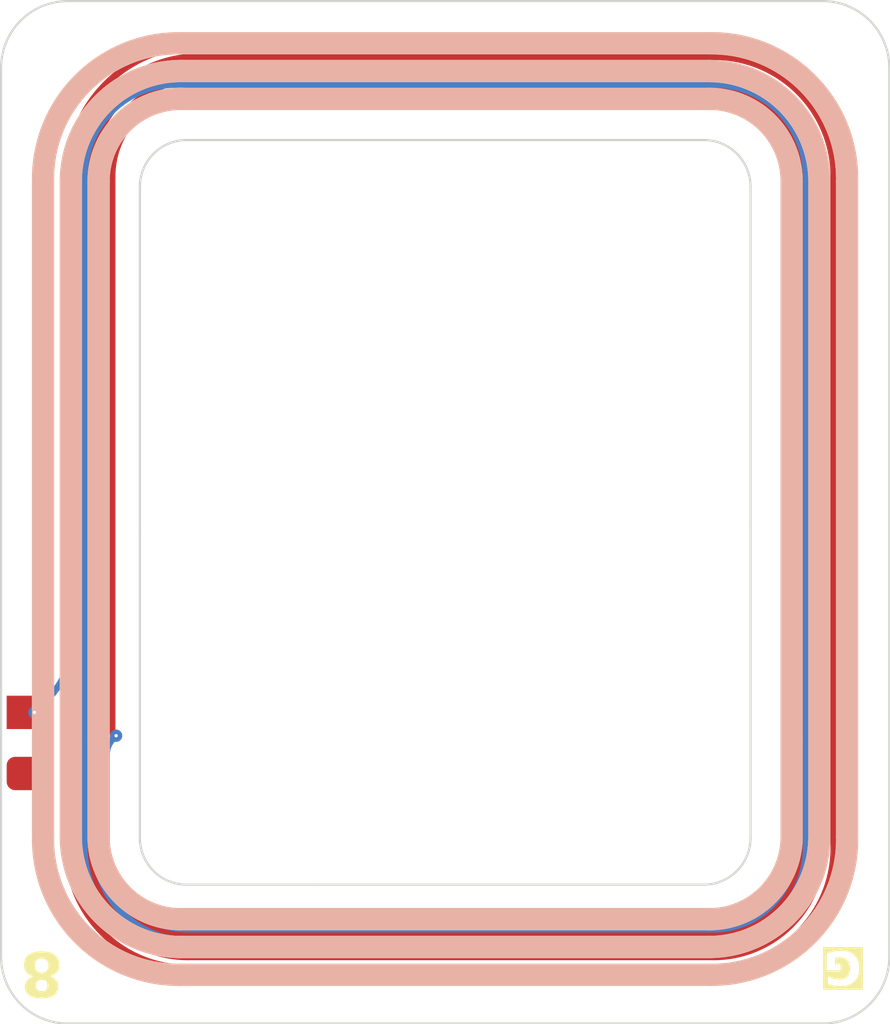
<source format=kicad_pcb>
(kicad_pcb (version 20230620) (generator pcbnew)
  (layers (0 "F.Cu" signal) (31 "B.Cu" signal) (34 "B.Paste" user) (35 "F.Paste" user) (36 "B.SilkS" user "B.Silkscreen") (37 "F.SilkS" user "F.Silkscreen") (38 "B.Mask" user) (39 "F.Mask" user) (44 "Edge.Cuts" user))
  (net 0 "")
  (footprint "" (layer "F.Cu") (at 113.05 81.05 180)
    (property "Reference" "" (at 0 0 180) (layer "F.SilkS") (effects (font (size 1.27 1.27))))
    (property "Value" "" (at 0 0 180) (layer "F.SilkS") (effects (font (size 1.27 1.27))))
    (pad "1" smd rect (at 0 0 180) (size 2 1.5) (layers "F.Cu" "F.Paste" "F.Mask"))
  )
  (footprint "" (layer "F.Cu") (at 113.05 83.8 180)
    (property "Reference" "" (at 0 0 180) (layer "F.SilkS") (effects (font (size 1.27 1.27))))
    (property "Value" "" (at 0 0 180) (layer "F.SilkS") (effects (font (size 1.27 1.27))))
    (pad "1" smd roundrect (at 0 0 180) (size 2 1.5) (layers "F.Cu" "F.Paste" "F.Mask"))
  )
  (gr_arc (start 119.894942 92.854944) (mid 115.472146 91.072796) (end 113.689998 86.65) (stroke (width 1)) (layer "B.SilkS"))
  (gr_line (start 149.899886 57.15) (end 149.899886 86.65) (stroke (width 1)) (layer "B.SilkS"))
  (gr_arc (start 113.689998 57.154944) (mid 115.472123 52.732125) (end 119.894942 50.95) (stroke (width 1)) (layer "B.SilkS"))
  (gr_arc (start 143.694942 50.945056) (mid 148.117746 52.727196) (end 149.899886 57.15) (stroke (width 1)) (layer "B.SilkS"))
  (gr_line (start 114.939998 86.65) (end 114.939998 57.25) (stroke (width 1)) (layer "B.SilkS"))
  (gr_arc (start 119.894942 90.354944) (mid 117.27515 89.269792) (end 116.189998 86.65) (stroke (width 1)) (layer "B.SilkS"))
  (gr_line (start 113.689998 86.65) (end 113.689998 57.15) (stroke (width 1)) (layer "B.SilkS"))
  (gr_line (start 143.694942 92.854944) (end 119.894942 92.854944) (stroke (width 1)) (layer "B.SilkS"))
  (gr_line (start 143.694942 90.35) (end 119.894942 90.35) (stroke (width 1)) (layer "B.SilkS"))
  (gr_line (start 143.694942 91.604944) (end 119.894942 91.604944) (stroke (width 1)) (layer "B.SilkS"))
  (gr_line (start 147.399886 82.261953) (end 147.399886 57.15) (stroke (width 1)) (layer "B.SilkS"))
  (gr_line (start 119.894942 52.195056) (end 143.694942 52.195056) (stroke (width 1)) (layer "B.SilkS"))
  (gr_arc (start 116.189998 57.154944) (mid 117.275138 54.53514) (end 119.894942 53.45) (stroke (width 1)) (layer "B.SilkS"))
  (gr_arc (start 148.649886 86.65) (mid 147.198655 90.153713) (end 143.694942 91.604944) (stroke (width 1)) (layer "B.SilkS"))
  (gr_arc (start 149.899886 86.65) (mid 148.117818 91.072876) (end 143.694942 92.854944) (stroke (width 1)) (layer "B.SilkS"))
  (gr_line (start 148.649886 57.15) (end 148.649886 86.55) (stroke (width 1)) (layer "B.SilkS"))
  (gr_line (start 116.189998 57.15) (end 116.189998 86.65) (stroke (width 1)) (layer "B.SilkS"))
  (gr_line (start 119.894942 53.45) (end 143.694942 53.45) (stroke (width 1)) (layer "B.SilkS"))
  (gr_arc (start 143.694942 53.445056) (mid 146.314732 54.53021) (end 147.399886 57.15) (stroke (width 1)) (layer "B.SilkS"))
  (gr_line (start 147.399886 86.65) (end 147.399886 82.261953) (stroke (width 1)) (layer "B.SilkS"))
  (gr_arc (start 143.694942 52.195056) (mid 147.198617 53.646325) (end 148.649886 57.15) (stroke (width 1)) (layer "B.SilkS"))
  (gr_line (start 119.894942 50.945056) (end 143.694942 50.945056) (stroke (width 1)) (layer "B.SilkS"))
  (gr_arc (start 114.939998 57.154944) (mid 116.391254 53.651256) (end 119.894942 52.2) (stroke (width 1)) (layer "B.SilkS"))
  (gr_arc (start 147.399886 86.65) (mid 146.314771 89.269829) (end 143.694942 90.354944) (stroke (width 1)) (layer "B.SilkS"))
  (gr_arc (start 119.894942 91.604944) (mid 116.391267 90.153675) (end 114.939998 86.65) (stroke (width 1)) (layer "B.SilkS"))
  (gr_arc (start 143.694944 53.45) (mid 146.314754 54.535134) (end 147.399888 57.154944) (stroke (width 1)) (layer "F.SilkS"))
  (gr_arc (start 116.19 57.15) (mid 117.275142 54.530198) (end 119.894944 53.445056) (stroke (width 1)) (layer "F.SilkS"))
  (gr_arc (start 113.69 57.15) (mid 115.472152 52.727208) (end 119.894944 50.945056) (stroke (width 1)) (layer "F.SilkS"))
  (gr_arc (start 143.694944 50.95) (mid 148.117769 52.732119) (end 149.899888 57.154944) (stroke (width 1)) (layer "F.SilkS"))
  (gr_arc (start 147.399888 86.65) (mid 146.314724 89.26978) (end 143.694944 90.354944) (stroke (width 1)) (layer "F.SilkS"))
  (gr_line (start 148.649888 57.25) (end 148.649888 86.65) (stroke (width 1)) (layer "F.SilkS"))
  (gr_line (start 113.69 86.65) (end 113.69 57.15) (stroke (width 1)) (layer "F.SilkS"))
  (gr_arc (start 119.894944 90.354944) (mid 117.275131 89.269813) (end 116.19 86.65) (stroke (width 1)) (layer "F.SilkS"))
  (gr_line (start 149.899888 57.15) (end 149.899888 86.65) (stroke (width 1)) (layer "F.SilkS"))
  (gr_arc (start 143.694944 52.2) (mid 147.198638 53.65125) (end 148.649888 57.154944) (stroke (width 1)) (layer "F.SilkS"))
  (gr_line (start 119.894944 50.945056) (end 143.694944 50.945056) (stroke (width 1)) (layer "F.SilkS"))
  (gr_line (start 114.94 86.55) (end 114.94 57.15) (stroke (width 1)) (layer "F.SilkS"))
  (gr_line (start 116.19 82.261953) (end 116.19 86.65) (stroke (width 1)) (layer "F.SilkS"))
  (gr_arc (start 149.899888 86.65) (mid 148.117759 91.072815) (end 143.694944 92.854944) (stroke (width 1)) (layer "F.SilkS"))
  (gr_line (start 143.694944 92.854944) (end 119.894944 92.854944) (stroke (width 1)) (layer "F.SilkS"))
  (gr_line (start 116.19 57.15) (end 116.19 82.261953) (stroke (width 1)) (layer "F.SilkS"))
  (gr_arc (start 119.894944 91.604944) (mid 116.391248 90.153696) (end 114.94 86.65) (stroke (width 1)) (layer "F.SilkS"))
  (gr_line (start 143.694944 91.604944) (end 119.894944 91.604944) (stroke (width 1)) (layer "F.SilkS"))
  (gr_line (start 143.694944 90.35) (end 119.894944 90.35) (stroke (width 1)) (layer "F.SilkS"))
  (gr_line (start 119.894944 52.195056) (end 143.694944 52.195056) (stroke (width 1)) (layer "F.SilkS"))
  (gr_arc (start 148.649888 86.65) (mid 147.198607 90.153663) (end 143.694944 91.604944) (stroke (width 1)) (layer "F.SilkS"))
  (gr_line (start 119.894944 53.45) (end 143.694944 53.45) (stroke (width 1)) (layer "F.SilkS"))
  (gr_arc (start 114.94 57.15) (mid 116.391258 53.646314) (end 119.894944 52.195056) (stroke (width 1)) (layer "F.SilkS"))
  (gr_arc (start 119.894944 92.854944) (mid 115.472086 91.072858) (end 113.69 86.65) (stroke (width 1)) (layer "F.SilkS"))
  (gr_line (start 147.399888 86.65) (end 147.399888 57.15) (stroke (width 1)) (layer "F.SilkS"))
  (gr_line (start 143.45 55.299999) (end 131.2 55.299999) (stroke (width 0.1)) (layer "Edge.Cuts"))
  (gr_arc (start 145.55 86.699997) (mid 144.934925 88.184922) (end 143.45 88.799997) (stroke (width 0.1)) (layer "Edge.Cuts"))
  (gr_line (start 148.8 49.05) (end 114.8 49.05) (stroke (width 0.1)) (layer "Edge.Cuts"))
  (gr_line (start 120.15 88.8) (end 126.100003 88.8) (stroke (width 0.1)) (layer "Edge.Cuts"))
  (gr_line (start 145.55 72.6) (end 145.55 57.399999) (stroke (width 0.1)) (layer "Edge.Cuts"))
  (gr_line (start 126.1 88.8) (end 143.45 88.8) (stroke (width 0.1)) (layer "Edge.Cuts"))
  (gr_line (start 151.8 92.05) (end 151.8 52.05) (stroke (width 0.1)) (layer "Edge.Cuts"))
  (gr_line (start 118.05 73) (end 118.05 86.7) (stroke (width 0.1)) (layer "Edge.Cuts"))
  (gr_line (start 111.8 92.05) (end 111.8 87.8) (stroke (width 0.1)) (layer "Edge.Cuts"))
  (gr_arc (start 120.150003 88.799997) (mid 118.665078 88.184922) (end 118.050003 86.699997) (stroke (width 0.1)) (layer "Edge.Cuts"))
  (gr_arc (start 114.8 95.05) (mid 112.67868 94.17132) (end 111.8 92.05) (stroke (width 0.1)) (layer "Edge.Cuts"))
  (gr_line (start 118.05 57.399999) (end 118.05 73) (stroke (width 0.1)) (layer "Edge.Cuts"))
  (gr_arc (start 111.8 52.05) (mid 112.67868 49.92868) (end 114.8 49.05) (stroke (width 0.1)) (layer "Edge.Cuts"))
  (gr_line (start 131.2 55.3) (end 120.149999 55.3) (stroke (width 0.1)) (layer "Edge.Cuts"))
  (gr_arc (start 118.049999 57.399999) (mid 118.665075 55.915075) (end 120.149999 55.299999) (stroke (width 0.1)) (layer "Edge.Cuts"))
  (gr_line (start 111.8 52.05) (end 111.8 87.8) (stroke (width 0.1)) (layer "Edge.Cuts"))
  (gr_arc (start 148.8 49.05) (mid 150.92132 49.92868) (end 151.8 52.05) (stroke (width 0.1)) (layer "Edge.Cuts"))
  (gr_line (start 114.8 95.05) (end 148.8 95.05) (stroke (width 0.1)) (layer "Edge.Cuts"))
  (gr_arc (start 143.45 55.299999) (mid 144.934925 55.915074) (end 145.55 57.399999) (stroke (width 0.1)) (layer "Edge.Cuts"))
  (gr_line (start 145.55 86.7) (end 145.55 72.6) (stroke (width 0.1)) (layer "Edge.Cuts"))
  (gr_arc (start 151.8 92.05) (mid 150.92132 94.17132) (end 148.8 95.05) (stroke (width 0.1)) (layer "Edge.Cuts"))
  (gr_text "G" (at 150.55 91.55 180) (layer "F.SilkS" knockout) (effects (font (size 1.5 1.5) (thickness 0.2) bold) (justify left bottom)))
  (gr_text "8" (at 114.6 91.5 180) (layer "F.SilkS") (effects (font (size 2 2) (thickness 0.2) bold) (justify left bottom)))
  (segment (start 143.906292 51.05) (end 120.696432 51.05) (width 0.3) (layer "F.Cu") (net 0))
  (segment (start 143.900143 52.55) (end 120.708852 52.55) (width 0.3) (layer "F.Cu") (net 0))
  (segment (start 115.3 56.949713) (end 115.3 87.152825) (width 0.3) (layer "F.Cu") (net 0))
  (segment (start 149.3 87.148059) (end 149.3 56.943708) (width 0.3) (layer "F.Cu") (net 0))
  (segment (start 148.3 87.148059) (end 148.3 56.949857) (width 0.3) (layer "F.Cu") (net 0))
  (segment (start 116.3 56.958852) (end 116.3 87.143382) (width 0.3) (layer "F.Cu") (net 0))
  (segment (start 115.8 56.946432) (end 115.8 87.143609) (width 0.3) (layer "F.Cu") (net 0))
  (segment (start 147.8 87.15173) (end 147.8 56.949857) (width 0.3) (layer "F.Cu") (net 0))
  (segment (start 119.688059 93.05) (end 143.903012 93.05) (width 0.3) (layer "F.Cu") (net 0))
  (segment (start 149.8 87.153012) (end 149.8 56.943708) (width 0.3) (layer "F.Cu") (net 0))
  (segment (start 120.197175 92.05) (end 143.898059 92.05) (width 0.3) (layer "F.Cu") (net 0))
  (segment (start 114.8 56.946432) (end 114.8 87.161295) (width 0.3) (layer "F.Cu") (net 0))
  (segment (start 120.188705 92.55) (end 143.898059 92.55) (width 0.3) (layer "F.Cu") (net 0))
  (segment (start 143.900143 52.05) (end 120.696432 52.05) (width 0.3) (layer "F.Cu") (net 0))
  (segment (start 143.900143 53.05) (end 120.68866 53.05) (width 0.3) (layer "F.Cu") (net 0))
  (segment (start 120.206391 91.55) (end 143.898059 91.55) (width 0.3) (layer "F.Cu") (net 0))
  (segment (start 120.206618 91.05) (end 143.90173 91.05) (width 0.3) (layer "F.Cu") (net 0))
  (segment (start 116.8 81.92) (end 116.98 82.1) (width 0.3) (layer "F.Cu") (net 0))
  (segment (start 148.8 87.148059) (end 148.8 56.949857) (width 0.3) (layer "F.Cu") (net 0))
  (segment (start 143.906292 51.55) (end 120.699713 51.55) (width 0.3) (layer "F.Cu") (net 0))
  (segment (start 113.8 83.8) (end 113.8 87.161941) (width 0.3) (layer "F.Cu") (net 0))
  (segment (start 116.8 56.93866) (end 116.8 81.92) (width 0.3) (layer "F.Cu") (net 0))
  (via (at 113.3 81.05) (size 0.55) (drill 0.15) (layers "F.Cu" "B.Cu") (net 0))
  (via (at 116.98 82.1) (size 0.55) (drill 0.15) (layers "F.Cu" "B.Cu") (net 0))
  (arc (start 116.3 87.143382) (mid 117.444222 89.905778) (end 120.206618 91.05) (width 0.3) (layer "F.Cu") (net 0))
  (arc (start 143.903012 93.05) (mid 148.072812 91.322812) (end 149.8 87.153012) (width 0.3) (layer "F.Cu") (net 0))
  (arc (start 120.699713 51.55) (mid 116.881539 53.131539) (end 115.3 56.949713) (width 0.3) (layer "F.Cu") (net 0))
  (arc (start 143.898059 91.55) (mid 147.010701 90.260701) (end 148.3 87.148059) (width 0.3) (layer "F.Cu") (net 0))
  (arc (start 120.696432 52.05) (mid 117.234132 53.484132) (end 115.8 56.946432) (width 0.3) (layer "F.Cu") (net 0))
  (arc (start 143.90173 91.05) (mid 146.658223 89.908223) (end 147.8 87.15173) (width 0.3) (layer "F.Cu") (net 0))
  (arc (start 115.8 87.143609) (mid 117.090602 90.259398) (end 120.206391 91.55) (width 0.3) (layer "F.Cu") (net 0))
  (arc (start 120.696432 51.05) (mid 116.527025 52.777025) (end 114.8 56.946432) (width 0.3) (layer "F.Cu") (net 0))
  (arc (start 148.3 56.949857) (mid 147.011312 53.838688) (end 143.900143 52.55) (width 0.3) (layer "F.Cu") (net 0))
  (arc (start 149.3 56.943708) (mid 147.72022 53.12978) (end 143.906292 51.55) (width 0.3) (layer "F.Cu") (net 0))
  (arc (start 115.3 87.152825) (mid 116.734349 90.615651) (end 120.197175 92.05) (width 0.3) (layer "F.Cu") (net 0))
  (arc (start 143.898059 92.55) (mid 147.717808 90.967808) (end 149.3 87.148059) (width 0.3) (layer "F.Cu") (net 0))
  (arc (start 113.8 87.161941) (mid 115.524573 91.325427) (end 119.688059 93.05) (width 0.3) (layer "F.Cu") (net 0))
  (arc (start 149.8 56.943708) (mid 148.073773 52.776227) (end 143.906292 51.05) (width 0.3) (layer "F.Cu") (net 0))
  (arc (start 148.8 56.949857) (mid 147.364865 53.485135) (end 143.900143 52.05) (width 0.3) (layer "F.Cu") (net 0))
  (arc (start 114.8 87.161295) (mid 116.378315 90.971685) (end 120.188705 92.55) (width 0.3) (layer "F.Cu") (net 0))
  (arc (start 120.708852 52.55) (mid 117.591323 53.841323) (end 116.3 56.958852) (width 0.3) (layer "F.Cu") (net 0))
  (arc (start 143.898059 92.05) (mid 147.364255 90.614255) (end 148.8 87.148059) (width 0.3) (layer "F.Cu") (net 0))
  (arc (start 120.68866 53.05) (mid 117.938962 54.188962) (end 116.8 56.93866) (width 0.3) (layer "F.Cu") (net 0))
  (arc (start 147.8 56.949857) (mid 146.657758 54.192242) (end 143.900143 53.05) (width 0.3) (layer "F.Cu") (net 0))
  (segment (start 115.55 87.165096) (end 115.55 56.943487) (width 0.3) (layer "B.Cu") (net 0))
  (segment (start 116.55 87.148077) (end 116.55 82.944214) (width 0.3) (layer "B.Cu") (net 0))
  (segment (start 143.901865 91.3) (end 120.202529 91.3) (width 0.3) (layer "B.Cu") (net 0))
  (segment (start 119.693487 53.3) (end 143.888853 53.3) (width 0.3) (layer "B.Cu") (net 0))
  (segment (start 116.842893 82.237107) (end 116.98 82.1) (width 0.3) (layer "B.Cu") (net 0))
  (segment (start 116.05 87.147471) (end 116.05 56.943487) (width 0.3) (layer "B.Cu") (net 0))
  (segment (start 119.703148 52.3) (end 143.898709 52.3) (width 0.3) (layer "B.Cu") (net 0))
  (segment (start 143.908633 91.8) (end 120.184904 91.8) (width 0.3) (layer "B.Cu") (net 0))
  (segment (start 115.05 77.643146) (end 115.05 56.953148) (width 0.3) (layer "B.Cu") (net 0))
  (segment (start 148.05 56.951291) (end 148.05 87.151865) (width 0.3) (layer "B.Cu") (net 0))
  (segment (start 119.693487 52.8) (end 143.898709 52.8) (width 0.3) (layer "B.Cu") (net 0))
  (segment (start 143.895097 90.8) (end 120.201923 90.8) (width 0.3) (layer "B.Cu") (net 0))
  (segment (start 113.3 81.05) (end 113.878427 80.471573) (width 0.3) (layer "B.Cu") (net 0))
  (segment (start 148.55 56.951291) (end 148.55 87.158633) (width 0.3) (layer "B.Cu") (net 0))
  (segment (start 147.55 56.961147) (end 147.55 87.145097) (width 0.3) (layer "B.Cu") (net 0))
  (arc (start 115.05 56.953148) (mid 116.412875 53.662875) (end 119.703148 52.3) (width 0.3) (layer "B.Cu") (net 0))
  (arc (start 143.898709 52.3) (mid 147.187668 53.662332) (end 148.55 56.951291) (width 0.3) (layer "B.Cu") (net 0))
  (arc (start 113.878427 80.471573) (mid 114.745518 79.17388) (end 115.05 77.643146) (width 0.3) (layer "B.Cu") (net 0))
  (arc (start 143.888853 53.3) (mid 146.477675 54.372325) (end 147.55 56.961147) (width 0.3) (layer "B.Cu") (net 0))
  (arc (start 116.55 82.944214) (mid 116.62612 82.561531) (end 116.842893 82.237107) (width 0.3) (layer "B.Cu") (net 0))
  (arc (start 120.202529 91.3) (mid 117.266248 90.083752) (end 116.05 87.147471) (width 0.3) (layer "B.Cu") (net 0))
  (arc (start 116.05 56.943487) (mid 117.117153 54.367153) (end 119.693487 53.3) (width 0.3) (layer "B.Cu") (net 0))
  (arc (start 120.201923 90.8) (mid 117.619623 89.730377) (end 116.55 87.148077) (width 0.3) (layer "B.Cu") (net 0))
  (arc (start 120.184904 91.8) (mid 116.907532 90.442468) (end 115.55 87.165096) (width 0.3) (layer "B.Cu") (net 0))
  (arc (start 148.05 87.151865) (mid 146.835039 90.085039) (end 143.901865 91.3) (width 0.3) (layer "B.Cu") (net 0))
  (arc (start 147.55 87.145097) (mid 146.479504 89.729504) (end 143.895097 90.8) (width 0.3) (layer "B.Cu") (net 0))
  (arc (start 143.898709 52.8) (mid 146.834115 54.015885) (end 148.05 56.951291) (width 0.3) (layer "B.Cu") (net 0))
  (arc (start 115.55 56.943487) (mid 116.763599 54.013599) (end 119.693487 52.8) (width 0.3) (layer "B.Cu") (net 0))
  (arc (start 148.55 87.158633) (mid 147.190575 90.440575) (end 143.908633 91.8) (width 0.3) (layer "B.Cu") (net 0))
)
</source>
